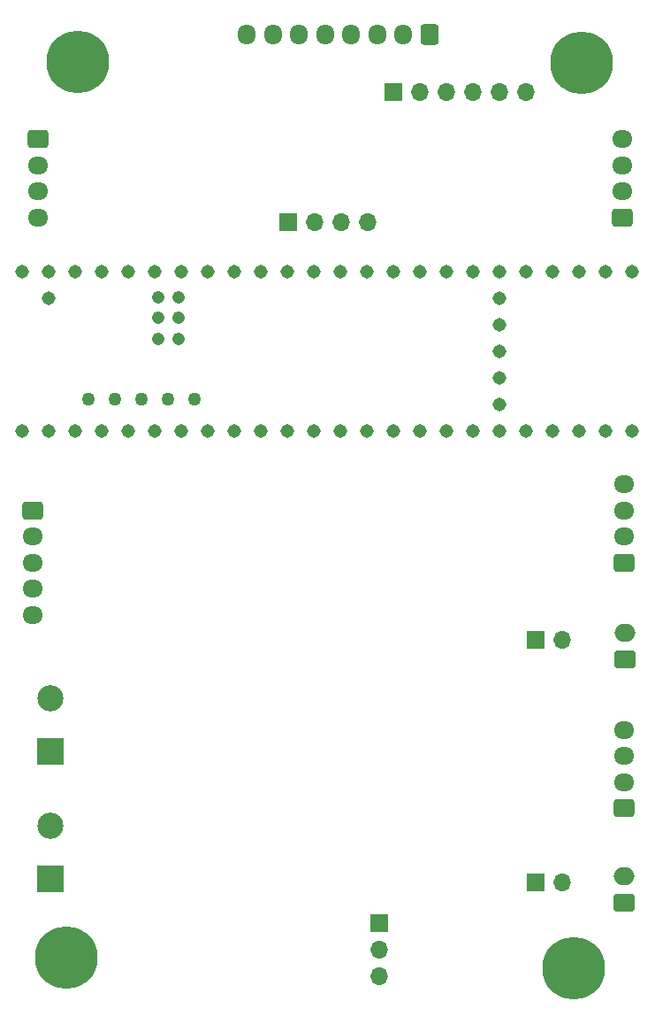
<source format=gbr>
%TF.GenerationSoftware,KiCad,Pcbnew,(6.0.5)*%
%TF.CreationDate,2022-06-08T15:49:38-06:00*%
%TF.ProjectId,main_board,6d61696e-5f62-46f6-9172-642e6b696361,rev?*%
%TF.SameCoordinates,Original*%
%TF.FileFunction,Soldermask,Bot*%
%TF.FilePolarity,Negative*%
%FSLAX46Y46*%
G04 Gerber Fmt 4.6, Leading zero omitted, Abs format (unit mm)*
G04 Created by KiCad (PCBNEW (6.0.5)) date 2022-06-08 15:49:38*
%MOMM*%
%LPD*%
G01*
G04 APERTURE LIST*
G04 Aperture macros list*
%AMRoundRect*
0 Rectangle with rounded corners*
0 $1 Rounding radius*
0 $2 $3 $4 $5 $6 $7 $8 $9 X,Y pos of 4 corners*
0 Add a 4 corners polygon primitive as box body*
4,1,4,$2,$3,$4,$5,$6,$7,$8,$9,$2,$3,0*
0 Add four circle primitives for the rounded corners*
1,1,$1+$1,$2,$3*
1,1,$1+$1,$4,$5*
1,1,$1+$1,$6,$7*
1,1,$1+$1,$8,$9*
0 Add four rect primitives between the rounded corners*
20,1,$1+$1,$2,$3,$4,$5,0*
20,1,$1+$1,$4,$5,$6,$7,0*
20,1,$1+$1,$6,$7,$8,$9,0*
20,1,$1+$1,$8,$9,$2,$3,0*%
G04 Aperture macros list end*
%ADD10RoundRect,0.250000X0.725000X-0.600000X0.725000X0.600000X-0.725000X0.600000X-0.725000X-0.600000X0*%
%ADD11O,1.950000X1.700000*%
%ADD12R,2.500000X2.500000*%
%ADD13C,2.500000*%
%ADD14RoundRect,0.250000X-0.725000X0.600000X-0.725000X-0.600000X0.725000X-0.600000X0.725000X0.600000X0*%
%ADD15C,6.000000*%
%ADD16R,1.700000X1.700000*%
%ADD17O,1.700000X1.700000*%
%ADD18C,1.308000*%
%ADD19C,1.258000*%
%ADD20C,1.208000*%
%ADD21RoundRect,0.250000X0.750000X-0.600000X0.750000X0.600000X-0.750000X0.600000X-0.750000X-0.600000X0*%
%ADD22O,2.000000X1.700000*%
%ADD23RoundRect,0.250000X0.600000X0.725000X-0.600000X0.725000X-0.600000X-0.725000X0.600000X-0.725000X0*%
%ADD24O,1.700000X1.950000*%
G04 APERTURE END LIST*
D10*
%TO.C,J7*%
X178750000Y-106500000D03*
D11*
X178750000Y-104000000D03*
X178750000Y-101500000D03*
X178750000Y-99000000D03*
%TD*%
D12*
%TO.C,J4*%
X123835000Y-124545000D03*
D13*
X123835000Y-119465000D03*
%TD*%
D14*
%TO.C,J9*%
X122135000Y-101500000D03*
D11*
X122135000Y-104000000D03*
X122135000Y-106500000D03*
X122135000Y-109000000D03*
X122135000Y-111500000D03*
%TD*%
D15*
%TO.C,H4*%
X126450000Y-58600000D03*
%TD*%
%TO.C,H2*%
X174650000Y-58650000D03*
%TD*%
D14*
%TO.C,J10*%
X122635000Y-66000000D03*
D11*
X122635000Y-68500000D03*
X122635000Y-71000000D03*
X122635000Y-73500000D03*
%TD*%
D10*
%TO.C,J1*%
X178585000Y-73500000D03*
D11*
X178585000Y-71000000D03*
X178585000Y-68500000D03*
X178585000Y-66000000D03*
%TD*%
D16*
%TO.C,J15*%
X155330000Y-140945000D03*
D17*
X155330000Y-143485000D03*
X155330000Y-146025000D03*
%TD*%
D18*
%TO.C,U4*%
X123665000Y-93870000D03*
X126205000Y-93870000D03*
X128745000Y-93870000D03*
X131285000Y-93870000D03*
X156685000Y-93870000D03*
X126205000Y-78630000D03*
X166845000Y-88790000D03*
X133825000Y-93870000D03*
X136365000Y-93870000D03*
D19*
X127475000Y-90820000D03*
D18*
X138905000Y-93870000D03*
X141445000Y-93870000D03*
X143985000Y-93870000D03*
X146525000Y-93870000D03*
X149065000Y-93870000D03*
X151605000Y-93870000D03*
X154145000Y-93870000D03*
X154145000Y-78630000D03*
X151605000Y-78630000D03*
X149065000Y-78630000D03*
X146525000Y-78630000D03*
X143985000Y-78630000D03*
X141445000Y-78630000D03*
X138905000Y-78630000D03*
X136365000Y-78630000D03*
X133825000Y-78630000D03*
X131285000Y-78630000D03*
X128745000Y-78630000D03*
X159225000Y-93870000D03*
X161765000Y-93870000D03*
X164305000Y-93870000D03*
X166845000Y-93870000D03*
X169385000Y-93870000D03*
X171925000Y-93870000D03*
X174465000Y-93870000D03*
X177005000Y-93870000D03*
X179545000Y-93870000D03*
X179545000Y-78630000D03*
X177005000Y-78630000D03*
X174465000Y-78630000D03*
X171925000Y-78630000D03*
X169385000Y-78630000D03*
X166845000Y-78630000D03*
X164305000Y-78630000D03*
X161765000Y-78630000D03*
X159225000Y-78630000D03*
D19*
X132555000Y-90820000D03*
X130015000Y-90820000D03*
D18*
X121125000Y-93870000D03*
X156685000Y-78630000D03*
X123665000Y-78630000D03*
X166845000Y-86250000D03*
D20*
X136095000Y-83080000D03*
X134095000Y-83080000D03*
D18*
X166845000Y-81170000D03*
X166845000Y-83710000D03*
D20*
X134095000Y-81080000D03*
X136095000Y-81080000D03*
X136095000Y-85080000D03*
X134095000Y-85080000D03*
D19*
X135095000Y-90820000D03*
X137635000Y-90820000D03*
D18*
X166845000Y-91330000D03*
X121125000Y-78630000D03*
X123665000Y-81170000D03*
%TD*%
D16*
%TO.C,J8*%
X156650000Y-61450000D03*
D17*
X159190000Y-61450000D03*
X161730000Y-61450000D03*
X164270000Y-61450000D03*
X166810000Y-61450000D03*
X169350000Y-61450000D03*
%TD*%
D21*
%TO.C,J11*%
X178785000Y-139000000D03*
D22*
X178785000Y-136500000D03*
%TD*%
D23*
%TO.C,J5*%
X160100000Y-56000000D03*
D24*
X157600000Y-56000000D03*
X155100000Y-56000000D03*
X152600000Y-56000000D03*
X150100000Y-56000000D03*
X147600000Y-56000000D03*
X145100000Y-56000000D03*
X142600000Y-56000000D03*
%TD*%
D12*
%TO.C,J3*%
X123835000Y-136750000D03*
D13*
X123835000Y-131670000D03*
%TD*%
D16*
%TO.C,J2*%
X146570000Y-73950000D03*
D17*
X149110000Y-73950000D03*
X151650000Y-73950000D03*
X154190000Y-73950000D03*
%TD*%
D15*
%TO.C,H1*%
X125300000Y-144250000D03*
%TD*%
%TO.C,H3*%
X173950000Y-145300000D03*
%TD*%
D16*
%TO.C,J13*%
X170325000Y-113900000D03*
D17*
X172865000Y-113900000D03*
%TD*%
D21*
%TO.C,J12*%
X178835000Y-115750000D03*
D22*
X178835000Y-113250000D03*
%TD*%
D16*
%TO.C,J14*%
X170325000Y-137050000D03*
D17*
X172865000Y-137050000D03*
%TD*%
D10*
%TO.C,J6*%
X178750000Y-130000000D03*
D11*
X178750000Y-127500000D03*
X178750000Y-125000000D03*
X178750000Y-122500000D03*
%TD*%
M02*

</source>
